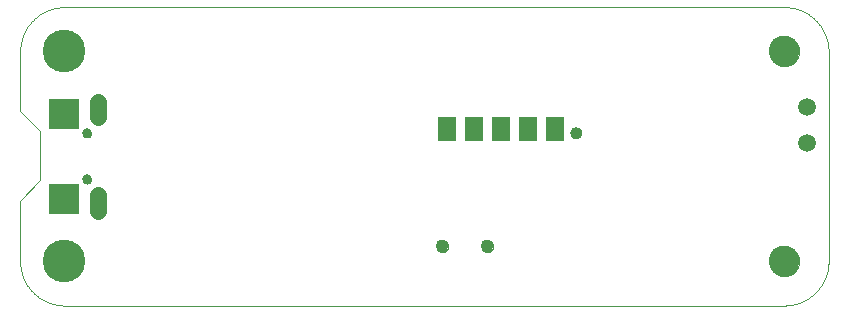
<source format=gbs>
G75*
%MOIN*%
%OFA0B0*%
%FSLAX25Y25*%
%IPPOS*%
%LPD*%
%AMOC8*
5,1,8,0,0,1.08239X$1,22.5*
%
%ADD10C,0.00000*%
%ADD11C,0.10243*%
%ADD12C,0.14243*%
%ADD13C,0.03156*%
%ADD14R,0.10243X0.10243*%
%ADD15C,0.05550*%
%ADD16C,0.03943*%
%ADD17R,0.06306X0.08274*%
%ADD18C,0.04337*%
%ADD19C,0.05943*%
D10*
X0059095Y0057209D02*
X0299095Y0057209D01*
X0299451Y0057213D01*
X0299806Y0057226D01*
X0300162Y0057248D01*
X0300516Y0057278D01*
X0300870Y0057316D01*
X0301222Y0057364D01*
X0301574Y0057419D01*
X0301924Y0057483D01*
X0302272Y0057556D01*
X0302619Y0057637D01*
X0302963Y0057726D01*
X0303305Y0057824D01*
X0303645Y0057930D01*
X0303982Y0058044D01*
X0304316Y0058166D01*
X0304647Y0058296D01*
X0304975Y0058434D01*
X0305300Y0058580D01*
X0305621Y0058734D01*
X0305938Y0058896D01*
X0306251Y0059065D01*
X0306559Y0059241D01*
X0306864Y0059425D01*
X0307164Y0059617D01*
X0307459Y0059815D01*
X0307750Y0060021D01*
X0308035Y0060234D01*
X0308315Y0060453D01*
X0308590Y0060679D01*
X0308859Y0060912D01*
X0309122Y0061151D01*
X0309380Y0061397D01*
X0309631Y0061648D01*
X0309877Y0061906D01*
X0310116Y0062169D01*
X0310349Y0062438D01*
X0310575Y0062713D01*
X0310794Y0062993D01*
X0311007Y0063278D01*
X0311213Y0063569D01*
X0311411Y0063864D01*
X0311603Y0064164D01*
X0311787Y0064469D01*
X0311963Y0064777D01*
X0312132Y0065090D01*
X0312294Y0065407D01*
X0312448Y0065728D01*
X0312594Y0066053D01*
X0312732Y0066381D01*
X0312862Y0066712D01*
X0312984Y0067046D01*
X0313098Y0067383D01*
X0313204Y0067723D01*
X0313302Y0068065D01*
X0313391Y0068409D01*
X0313472Y0068756D01*
X0313545Y0069104D01*
X0313609Y0069454D01*
X0313664Y0069806D01*
X0313712Y0070158D01*
X0313750Y0070512D01*
X0313780Y0070866D01*
X0313802Y0071222D01*
X0313815Y0071577D01*
X0313819Y0071933D01*
X0313820Y0071933D02*
X0313820Y0141933D01*
X0313819Y0141933D02*
X0313815Y0142289D01*
X0313802Y0142644D01*
X0313780Y0143000D01*
X0313750Y0143354D01*
X0313712Y0143708D01*
X0313664Y0144060D01*
X0313609Y0144412D01*
X0313545Y0144762D01*
X0313472Y0145110D01*
X0313391Y0145457D01*
X0313302Y0145801D01*
X0313204Y0146143D01*
X0313098Y0146483D01*
X0312984Y0146820D01*
X0312862Y0147154D01*
X0312732Y0147485D01*
X0312594Y0147813D01*
X0312448Y0148138D01*
X0312294Y0148459D01*
X0312132Y0148776D01*
X0311963Y0149089D01*
X0311787Y0149397D01*
X0311603Y0149702D01*
X0311411Y0150002D01*
X0311213Y0150297D01*
X0311007Y0150588D01*
X0310794Y0150873D01*
X0310575Y0151153D01*
X0310349Y0151428D01*
X0310116Y0151697D01*
X0309877Y0151960D01*
X0309631Y0152218D01*
X0309380Y0152469D01*
X0309122Y0152715D01*
X0308859Y0152954D01*
X0308590Y0153187D01*
X0308315Y0153413D01*
X0308035Y0153632D01*
X0307750Y0153845D01*
X0307459Y0154051D01*
X0307164Y0154249D01*
X0306864Y0154441D01*
X0306559Y0154625D01*
X0306251Y0154801D01*
X0305938Y0154970D01*
X0305621Y0155132D01*
X0305300Y0155286D01*
X0304975Y0155432D01*
X0304647Y0155570D01*
X0304316Y0155700D01*
X0303982Y0155822D01*
X0303645Y0155936D01*
X0303305Y0156042D01*
X0302963Y0156140D01*
X0302619Y0156229D01*
X0302272Y0156310D01*
X0301924Y0156383D01*
X0301574Y0156447D01*
X0301222Y0156502D01*
X0300870Y0156550D01*
X0300516Y0156588D01*
X0300162Y0156618D01*
X0299806Y0156640D01*
X0299451Y0156653D01*
X0299095Y0156657D01*
X0059095Y0156657D01*
X0058739Y0156653D01*
X0058384Y0156640D01*
X0058028Y0156618D01*
X0057674Y0156588D01*
X0057320Y0156550D01*
X0056968Y0156502D01*
X0056616Y0156447D01*
X0056266Y0156383D01*
X0055918Y0156310D01*
X0055571Y0156229D01*
X0055227Y0156140D01*
X0054885Y0156042D01*
X0054545Y0155936D01*
X0054208Y0155822D01*
X0053874Y0155700D01*
X0053543Y0155570D01*
X0053215Y0155432D01*
X0052890Y0155286D01*
X0052569Y0155132D01*
X0052252Y0154970D01*
X0051939Y0154801D01*
X0051631Y0154625D01*
X0051326Y0154441D01*
X0051026Y0154249D01*
X0050731Y0154051D01*
X0050440Y0153845D01*
X0050155Y0153632D01*
X0049875Y0153413D01*
X0049600Y0153187D01*
X0049331Y0152954D01*
X0049068Y0152715D01*
X0048810Y0152469D01*
X0048559Y0152218D01*
X0048313Y0151960D01*
X0048074Y0151697D01*
X0047841Y0151428D01*
X0047615Y0151153D01*
X0047396Y0150873D01*
X0047183Y0150588D01*
X0046977Y0150297D01*
X0046779Y0150002D01*
X0046587Y0149702D01*
X0046403Y0149397D01*
X0046227Y0149089D01*
X0046058Y0148776D01*
X0045896Y0148459D01*
X0045742Y0148138D01*
X0045596Y0147813D01*
X0045458Y0147485D01*
X0045328Y0147154D01*
X0045206Y0146820D01*
X0045092Y0146483D01*
X0044986Y0146143D01*
X0044888Y0145801D01*
X0044799Y0145457D01*
X0044718Y0145110D01*
X0044645Y0144762D01*
X0044581Y0144412D01*
X0044526Y0144060D01*
X0044478Y0143708D01*
X0044440Y0143354D01*
X0044410Y0143000D01*
X0044388Y0142644D01*
X0044375Y0142289D01*
X0044371Y0141933D01*
X0044371Y0122157D01*
X0051095Y0115433D01*
X0051095Y0098933D01*
X0044371Y0092209D01*
X0044371Y0071933D01*
X0044375Y0071577D01*
X0044388Y0071222D01*
X0044410Y0070866D01*
X0044440Y0070512D01*
X0044478Y0070158D01*
X0044526Y0069806D01*
X0044581Y0069454D01*
X0044645Y0069104D01*
X0044718Y0068756D01*
X0044799Y0068409D01*
X0044888Y0068065D01*
X0044986Y0067723D01*
X0045092Y0067383D01*
X0045206Y0067046D01*
X0045328Y0066712D01*
X0045458Y0066381D01*
X0045596Y0066053D01*
X0045742Y0065728D01*
X0045896Y0065407D01*
X0046058Y0065090D01*
X0046227Y0064777D01*
X0046403Y0064469D01*
X0046587Y0064164D01*
X0046779Y0063864D01*
X0046977Y0063569D01*
X0047183Y0063278D01*
X0047396Y0062993D01*
X0047615Y0062713D01*
X0047841Y0062438D01*
X0048074Y0062169D01*
X0048313Y0061906D01*
X0048559Y0061648D01*
X0048810Y0061397D01*
X0049068Y0061151D01*
X0049331Y0060912D01*
X0049600Y0060679D01*
X0049875Y0060453D01*
X0050155Y0060234D01*
X0050440Y0060021D01*
X0050731Y0059815D01*
X0051026Y0059617D01*
X0051326Y0059425D01*
X0051631Y0059241D01*
X0051939Y0059065D01*
X0052252Y0058896D01*
X0052569Y0058734D01*
X0052890Y0058580D01*
X0053215Y0058434D01*
X0053543Y0058296D01*
X0053874Y0058166D01*
X0054208Y0058044D01*
X0054545Y0057930D01*
X0054885Y0057824D01*
X0055227Y0057726D01*
X0055571Y0057637D01*
X0055918Y0057556D01*
X0056266Y0057483D01*
X0056616Y0057419D01*
X0056968Y0057364D01*
X0057320Y0057316D01*
X0057674Y0057278D01*
X0058028Y0057248D01*
X0058384Y0057226D01*
X0058739Y0057213D01*
X0059095Y0057209D01*
X0057934Y0090988D02*
X0060296Y0090988D01*
X0060373Y0091000D01*
X0060449Y0091015D01*
X0060525Y0091034D01*
X0060599Y0091057D01*
X0060673Y0091083D01*
X0060744Y0091113D01*
X0060815Y0091147D01*
X0060883Y0091183D01*
X0060950Y0091224D01*
X0061015Y0091267D01*
X0061077Y0091313D01*
X0061138Y0091363D01*
X0061195Y0091415D01*
X0061250Y0091471D01*
X0061302Y0091528D01*
X0061352Y0091589D01*
X0061398Y0091651D01*
X0061441Y0091716D01*
X0061481Y0091783D01*
X0061518Y0091852D01*
X0061551Y0091922D01*
X0061581Y0091994D01*
X0061607Y0092068D01*
X0061629Y0092142D01*
X0061648Y0092218D01*
X0061663Y0092294D01*
X0061674Y0092371D01*
X0061682Y0092449D01*
X0061686Y0092527D01*
X0061685Y0092605D01*
X0061682Y0092682D01*
X0061674Y0092760D01*
X0061682Y0092838D01*
X0061685Y0092915D01*
X0061686Y0092993D01*
X0061682Y0093071D01*
X0061674Y0093149D01*
X0061663Y0093226D01*
X0061648Y0093302D01*
X0061629Y0093378D01*
X0061607Y0093452D01*
X0061581Y0093526D01*
X0061551Y0093598D01*
X0061518Y0093668D01*
X0061481Y0093737D01*
X0061441Y0093804D01*
X0061398Y0093869D01*
X0061352Y0093931D01*
X0061302Y0093992D01*
X0061250Y0094049D01*
X0061195Y0094105D01*
X0061138Y0094157D01*
X0061077Y0094207D01*
X0061015Y0094253D01*
X0060950Y0094296D01*
X0060883Y0094337D01*
X0060815Y0094373D01*
X0060744Y0094407D01*
X0060673Y0094437D01*
X0060599Y0094463D01*
X0060525Y0094486D01*
X0060449Y0094505D01*
X0060373Y0094520D01*
X0060296Y0094532D01*
X0060296Y0094531D02*
X0057934Y0094531D01*
X0057934Y0094532D02*
X0057857Y0094520D01*
X0057781Y0094505D01*
X0057705Y0094486D01*
X0057631Y0094463D01*
X0057557Y0094437D01*
X0057486Y0094407D01*
X0057415Y0094373D01*
X0057347Y0094337D01*
X0057280Y0094296D01*
X0057215Y0094253D01*
X0057153Y0094207D01*
X0057092Y0094157D01*
X0057035Y0094105D01*
X0056980Y0094049D01*
X0056928Y0093992D01*
X0056878Y0093931D01*
X0056832Y0093869D01*
X0056789Y0093804D01*
X0056749Y0093737D01*
X0056712Y0093668D01*
X0056679Y0093598D01*
X0056649Y0093526D01*
X0056623Y0093452D01*
X0056601Y0093378D01*
X0056582Y0093302D01*
X0056567Y0093226D01*
X0056556Y0093149D01*
X0056548Y0093071D01*
X0056544Y0092993D01*
X0056545Y0092915D01*
X0056548Y0092838D01*
X0056556Y0092760D01*
X0056548Y0092682D01*
X0056545Y0092605D01*
X0056544Y0092527D01*
X0056548Y0092449D01*
X0056556Y0092371D01*
X0056567Y0092294D01*
X0056582Y0092218D01*
X0056601Y0092142D01*
X0056623Y0092068D01*
X0056649Y0091994D01*
X0056679Y0091922D01*
X0056712Y0091852D01*
X0056749Y0091783D01*
X0056789Y0091716D01*
X0056832Y0091651D01*
X0056878Y0091589D01*
X0056928Y0091528D01*
X0056980Y0091471D01*
X0057035Y0091415D01*
X0057092Y0091363D01*
X0057153Y0091313D01*
X0057215Y0091267D01*
X0057280Y0091224D01*
X0057347Y0091183D01*
X0057415Y0091147D01*
X0057486Y0091113D01*
X0057557Y0091083D01*
X0057631Y0091057D01*
X0057705Y0091034D01*
X0057781Y0091015D01*
X0057857Y0091000D01*
X0057934Y0090988D01*
X0065217Y0099256D02*
X0065219Y0099330D01*
X0065225Y0099404D01*
X0065235Y0099477D01*
X0065249Y0099550D01*
X0065266Y0099622D01*
X0065288Y0099692D01*
X0065313Y0099762D01*
X0065342Y0099830D01*
X0065375Y0099896D01*
X0065411Y0099961D01*
X0065451Y0100023D01*
X0065493Y0100084D01*
X0065539Y0100142D01*
X0065588Y0100197D01*
X0065640Y0100250D01*
X0065695Y0100300D01*
X0065752Y0100346D01*
X0065812Y0100390D01*
X0065874Y0100430D01*
X0065938Y0100467D01*
X0066004Y0100501D01*
X0066072Y0100531D01*
X0066141Y0100557D01*
X0066212Y0100580D01*
X0066283Y0100598D01*
X0066356Y0100613D01*
X0066429Y0100624D01*
X0066503Y0100631D01*
X0066577Y0100634D01*
X0066650Y0100633D01*
X0066724Y0100628D01*
X0066798Y0100619D01*
X0066871Y0100606D01*
X0066943Y0100589D01*
X0067014Y0100569D01*
X0067084Y0100544D01*
X0067152Y0100516D01*
X0067219Y0100485D01*
X0067284Y0100449D01*
X0067347Y0100411D01*
X0067408Y0100369D01*
X0067467Y0100323D01*
X0067523Y0100275D01*
X0067576Y0100224D01*
X0067626Y0100170D01*
X0067674Y0100113D01*
X0067718Y0100054D01*
X0067760Y0099992D01*
X0067798Y0099929D01*
X0067832Y0099863D01*
X0067863Y0099796D01*
X0067890Y0099727D01*
X0067913Y0099657D01*
X0067933Y0099586D01*
X0067949Y0099513D01*
X0067961Y0099440D01*
X0067969Y0099367D01*
X0067973Y0099293D01*
X0067973Y0099219D01*
X0067969Y0099145D01*
X0067961Y0099072D01*
X0067949Y0098999D01*
X0067933Y0098926D01*
X0067913Y0098855D01*
X0067890Y0098785D01*
X0067863Y0098716D01*
X0067832Y0098649D01*
X0067798Y0098583D01*
X0067760Y0098520D01*
X0067718Y0098458D01*
X0067674Y0098399D01*
X0067626Y0098342D01*
X0067576Y0098288D01*
X0067523Y0098237D01*
X0067467Y0098189D01*
X0067408Y0098143D01*
X0067347Y0098101D01*
X0067284Y0098063D01*
X0067219Y0098027D01*
X0067152Y0097996D01*
X0067084Y0097968D01*
X0067014Y0097943D01*
X0066943Y0097923D01*
X0066871Y0097906D01*
X0066798Y0097893D01*
X0066724Y0097884D01*
X0066650Y0097879D01*
X0066577Y0097878D01*
X0066503Y0097881D01*
X0066429Y0097888D01*
X0066356Y0097899D01*
X0066283Y0097914D01*
X0066212Y0097932D01*
X0066141Y0097955D01*
X0066072Y0097981D01*
X0066004Y0098011D01*
X0065938Y0098045D01*
X0065874Y0098082D01*
X0065812Y0098122D01*
X0065752Y0098166D01*
X0065695Y0098212D01*
X0065640Y0098262D01*
X0065588Y0098315D01*
X0065539Y0098370D01*
X0065493Y0098428D01*
X0065451Y0098489D01*
X0065411Y0098551D01*
X0065375Y0098616D01*
X0065342Y0098682D01*
X0065313Y0098750D01*
X0065288Y0098820D01*
X0065266Y0098890D01*
X0065249Y0098962D01*
X0065235Y0099035D01*
X0065225Y0099108D01*
X0065219Y0099182D01*
X0065217Y0099256D01*
X0065217Y0114610D02*
X0065219Y0114684D01*
X0065225Y0114758D01*
X0065235Y0114831D01*
X0065249Y0114904D01*
X0065266Y0114976D01*
X0065288Y0115046D01*
X0065313Y0115116D01*
X0065342Y0115184D01*
X0065375Y0115250D01*
X0065411Y0115315D01*
X0065451Y0115377D01*
X0065493Y0115438D01*
X0065539Y0115496D01*
X0065588Y0115551D01*
X0065640Y0115604D01*
X0065695Y0115654D01*
X0065752Y0115700D01*
X0065812Y0115744D01*
X0065874Y0115784D01*
X0065938Y0115821D01*
X0066004Y0115855D01*
X0066072Y0115885D01*
X0066141Y0115911D01*
X0066212Y0115934D01*
X0066283Y0115952D01*
X0066356Y0115967D01*
X0066429Y0115978D01*
X0066503Y0115985D01*
X0066577Y0115988D01*
X0066650Y0115987D01*
X0066724Y0115982D01*
X0066798Y0115973D01*
X0066871Y0115960D01*
X0066943Y0115943D01*
X0067014Y0115923D01*
X0067084Y0115898D01*
X0067152Y0115870D01*
X0067219Y0115839D01*
X0067284Y0115803D01*
X0067347Y0115765D01*
X0067408Y0115723D01*
X0067467Y0115677D01*
X0067523Y0115629D01*
X0067576Y0115578D01*
X0067626Y0115524D01*
X0067674Y0115467D01*
X0067718Y0115408D01*
X0067760Y0115346D01*
X0067798Y0115283D01*
X0067832Y0115217D01*
X0067863Y0115150D01*
X0067890Y0115081D01*
X0067913Y0115011D01*
X0067933Y0114940D01*
X0067949Y0114867D01*
X0067961Y0114794D01*
X0067969Y0114721D01*
X0067973Y0114647D01*
X0067973Y0114573D01*
X0067969Y0114499D01*
X0067961Y0114426D01*
X0067949Y0114353D01*
X0067933Y0114280D01*
X0067913Y0114209D01*
X0067890Y0114139D01*
X0067863Y0114070D01*
X0067832Y0114003D01*
X0067798Y0113937D01*
X0067760Y0113874D01*
X0067718Y0113812D01*
X0067674Y0113753D01*
X0067626Y0113696D01*
X0067576Y0113642D01*
X0067523Y0113591D01*
X0067467Y0113543D01*
X0067408Y0113497D01*
X0067347Y0113455D01*
X0067284Y0113417D01*
X0067219Y0113381D01*
X0067152Y0113350D01*
X0067084Y0113322D01*
X0067014Y0113297D01*
X0066943Y0113277D01*
X0066871Y0113260D01*
X0066798Y0113247D01*
X0066724Y0113238D01*
X0066650Y0113233D01*
X0066577Y0113232D01*
X0066503Y0113235D01*
X0066429Y0113242D01*
X0066356Y0113253D01*
X0066283Y0113268D01*
X0066212Y0113286D01*
X0066141Y0113309D01*
X0066072Y0113335D01*
X0066004Y0113365D01*
X0065938Y0113399D01*
X0065874Y0113436D01*
X0065812Y0113476D01*
X0065752Y0113520D01*
X0065695Y0113566D01*
X0065640Y0113616D01*
X0065588Y0113669D01*
X0065539Y0113724D01*
X0065493Y0113782D01*
X0065451Y0113843D01*
X0065411Y0113905D01*
X0065375Y0113970D01*
X0065342Y0114036D01*
X0065313Y0114104D01*
X0065288Y0114174D01*
X0065266Y0114244D01*
X0065249Y0114316D01*
X0065235Y0114389D01*
X0065225Y0114462D01*
X0065219Y0114536D01*
X0065217Y0114610D01*
X0060296Y0119335D02*
X0058131Y0119335D01*
X0058130Y0119334D02*
X0058056Y0119331D01*
X0057981Y0119332D01*
X0057906Y0119336D01*
X0057831Y0119345D01*
X0057757Y0119357D01*
X0057684Y0119373D01*
X0057611Y0119392D01*
X0057540Y0119415D01*
X0057470Y0119442D01*
X0057401Y0119472D01*
X0057334Y0119506D01*
X0057269Y0119543D01*
X0057206Y0119583D01*
X0057145Y0119626D01*
X0057086Y0119673D01*
X0057030Y0119722D01*
X0056976Y0119774D01*
X0056925Y0119829D01*
X0056876Y0119887D01*
X0056831Y0119946D01*
X0056789Y0120008D01*
X0056750Y0120072D01*
X0056714Y0120138D01*
X0056681Y0120206D01*
X0056652Y0120275D01*
X0056627Y0120346D01*
X0056605Y0120417D01*
X0056587Y0120490D01*
X0056573Y0120564D01*
X0056562Y0120638D01*
X0056555Y0120713D01*
X0056556Y0120713D02*
X0056556Y0121500D01*
X0056555Y0121500D02*
X0056562Y0121575D01*
X0056573Y0121649D01*
X0056587Y0121723D01*
X0056605Y0121796D01*
X0056627Y0121867D01*
X0056652Y0121938D01*
X0056681Y0122007D01*
X0056714Y0122075D01*
X0056750Y0122141D01*
X0056789Y0122205D01*
X0056831Y0122267D01*
X0056876Y0122326D01*
X0056925Y0122384D01*
X0056976Y0122439D01*
X0057030Y0122491D01*
X0057086Y0122540D01*
X0057145Y0122587D01*
X0057206Y0122630D01*
X0057269Y0122670D01*
X0057334Y0122707D01*
X0057401Y0122741D01*
X0057470Y0122771D01*
X0057540Y0122798D01*
X0057611Y0122821D01*
X0057684Y0122840D01*
X0057757Y0122856D01*
X0057831Y0122868D01*
X0057906Y0122877D01*
X0057981Y0122881D01*
X0058056Y0122882D01*
X0058130Y0122879D01*
X0058131Y0122878D02*
X0060296Y0122878D01*
X0060368Y0122876D01*
X0060440Y0122870D01*
X0060512Y0122861D01*
X0060583Y0122848D01*
X0060653Y0122831D01*
X0060722Y0122811D01*
X0060790Y0122786D01*
X0060856Y0122759D01*
X0060922Y0122728D01*
X0060985Y0122693D01*
X0061047Y0122656D01*
X0061106Y0122615D01*
X0061163Y0122571D01*
X0061218Y0122524D01*
X0061270Y0122474D01*
X0061320Y0122422D01*
X0061367Y0122367D01*
X0061411Y0122310D01*
X0061452Y0122251D01*
X0061489Y0122189D01*
X0061524Y0122126D01*
X0061555Y0122060D01*
X0061582Y0121994D01*
X0061607Y0121926D01*
X0061627Y0121857D01*
X0061644Y0121787D01*
X0061657Y0121716D01*
X0061666Y0121644D01*
X0061672Y0121572D01*
X0061674Y0121500D01*
X0061674Y0120713D01*
X0061672Y0120641D01*
X0061666Y0120569D01*
X0061657Y0120497D01*
X0061644Y0120426D01*
X0061627Y0120356D01*
X0061607Y0120287D01*
X0061582Y0120219D01*
X0061555Y0120153D01*
X0061524Y0120087D01*
X0061489Y0120024D01*
X0061452Y0119962D01*
X0061411Y0119903D01*
X0061367Y0119846D01*
X0061320Y0119791D01*
X0061270Y0119739D01*
X0061218Y0119689D01*
X0061163Y0119642D01*
X0061106Y0119598D01*
X0061047Y0119557D01*
X0060985Y0119520D01*
X0060922Y0119485D01*
X0060856Y0119454D01*
X0060790Y0119427D01*
X0060722Y0119402D01*
X0060653Y0119382D01*
X0060583Y0119365D01*
X0060512Y0119352D01*
X0060440Y0119343D01*
X0060368Y0119337D01*
X0060296Y0119335D01*
X0183126Y0076933D02*
X0183128Y0077021D01*
X0183134Y0077109D01*
X0183144Y0077197D01*
X0183158Y0077285D01*
X0183175Y0077371D01*
X0183197Y0077457D01*
X0183222Y0077541D01*
X0183252Y0077625D01*
X0183284Y0077707D01*
X0183321Y0077787D01*
X0183361Y0077866D01*
X0183405Y0077943D01*
X0183452Y0078018D01*
X0183502Y0078090D01*
X0183556Y0078161D01*
X0183612Y0078228D01*
X0183672Y0078294D01*
X0183734Y0078356D01*
X0183800Y0078416D01*
X0183867Y0078472D01*
X0183938Y0078526D01*
X0184010Y0078576D01*
X0184085Y0078623D01*
X0184162Y0078667D01*
X0184241Y0078707D01*
X0184321Y0078744D01*
X0184403Y0078776D01*
X0184487Y0078806D01*
X0184571Y0078831D01*
X0184657Y0078853D01*
X0184743Y0078870D01*
X0184831Y0078884D01*
X0184919Y0078894D01*
X0185007Y0078900D01*
X0185095Y0078902D01*
X0185183Y0078900D01*
X0185271Y0078894D01*
X0185359Y0078884D01*
X0185447Y0078870D01*
X0185533Y0078853D01*
X0185619Y0078831D01*
X0185703Y0078806D01*
X0185787Y0078776D01*
X0185869Y0078744D01*
X0185949Y0078707D01*
X0186028Y0078667D01*
X0186105Y0078623D01*
X0186180Y0078576D01*
X0186252Y0078526D01*
X0186323Y0078472D01*
X0186390Y0078416D01*
X0186456Y0078356D01*
X0186518Y0078294D01*
X0186578Y0078228D01*
X0186634Y0078161D01*
X0186688Y0078090D01*
X0186738Y0078018D01*
X0186785Y0077943D01*
X0186829Y0077866D01*
X0186869Y0077787D01*
X0186906Y0077707D01*
X0186938Y0077625D01*
X0186968Y0077541D01*
X0186993Y0077457D01*
X0187015Y0077371D01*
X0187032Y0077285D01*
X0187046Y0077197D01*
X0187056Y0077109D01*
X0187062Y0077021D01*
X0187064Y0076933D01*
X0187062Y0076845D01*
X0187056Y0076757D01*
X0187046Y0076669D01*
X0187032Y0076581D01*
X0187015Y0076495D01*
X0186993Y0076409D01*
X0186968Y0076325D01*
X0186938Y0076241D01*
X0186906Y0076159D01*
X0186869Y0076079D01*
X0186829Y0076000D01*
X0186785Y0075923D01*
X0186738Y0075848D01*
X0186688Y0075776D01*
X0186634Y0075705D01*
X0186578Y0075638D01*
X0186518Y0075572D01*
X0186456Y0075510D01*
X0186390Y0075450D01*
X0186323Y0075394D01*
X0186252Y0075340D01*
X0186180Y0075290D01*
X0186105Y0075243D01*
X0186028Y0075199D01*
X0185949Y0075159D01*
X0185869Y0075122D01*
X0185787Y0075090D01*
X0185703Y0075060D01*
X0185619Y0075035D01*
X0185533Y0075013D01*
X0185447Y0074996D01*
X0185359Y0074982D01*
X0185271Y0074972D01*
X0185183Y0074966D01*
X0185095Y0074964D01*
X0185007Y0074966D01*
X0184919Y0074972D01*
X0184831Y0074982D01*
X0184743Y0074996D01*
X0184657Y0075013D01*
X0184571Y0075035D01*
X0184487Y0075060D01*
X0184403Y0075090D01*
X0184321Y0075122D01*
X0184241Y0075159D01*
X0184162Y0075199D01*
X0184085Y0075243D01*
X0184010Y0075290D01*
X0183938Y0075340D01*
X0183867Y0075394D01*
X0183800Y0075450D01*
X0183734Y0075510D01*
X0183672Y0075572D01*
X0183612Y0075638D01*
X0183556Y0075705D01*
X0183502Y0075776D01*
X0183452Y0075848D01*
X0183405Y0075923D01*
X0183361Y0076000D01*
X0183321Y0076079D01*
X0183284Y0076159D01*
X0183252Y0076241D01*
X0183222Y0076325D01*
X0183197Y0076409D01*
X0183175Y0076495D01*
X0183158Y0076581D01*
X0183144Y0076669D01*
X0183134Y0076757D01*
X0183128Y0076845D01*
X0183126Y0076933D01*
X0198126Y0076933D02*
X0198128Y0077021D01*
X0198134Y0077109D01*
X0198144Y0077197D01*
X0198158Y0077285D01*
X0198175Y0077371D01*
X0198197Y0077457D01*
X0198222Y0077541D01*
X0198252Y0077625D01*
X0198284Y0077707D01*
X0198321Y0077787D01*
X0198361Y0077866D01*
X0198405Y0077943D01*
X0198452Y0078018D01*
X0198502Y0078090D01*
X0198556Y0078161D01*
X0198612Y0078228D01*
X0198672Y0078294D01*
X0198734Y0078356D01*
X0198800Y0078416D01*
X0198867Y0078472D01*
X0198938Y0078526D01*
X0199010Y0078576D01*
X0199085Y0078623D01*
X0199162Y0078667D01*
X0199241Y0078707D01*
X0199321Y0078744D01*
X0199403Y0078776D01*
X0199487Y0078806D01*
X0199571Y0078831D01*
X0199657Y0078853D01*
X0199743Y0078870D01*
X0199831Y0078884D01*
X0199919Y0078894D01*
X0200007Y0078900D01*
X0200095Y0078902D01*
X0200183Y0078900D01*
X0200271Y0078894D01*
X0200359Y0078884D01*
X0200447Y0078870D01*
X0200533Y0078853D01*
X0200619Y0078831D01*
X0200703Y0078806D01*
X0200787Y0078776D01*
X0200869Y0078744D01*
X0200949Y0078707D01*
X0201028Y0078667D01*
X0201105Y0078623D01*
X0201180Y0078576D01*
X0201252Y0078526D01*
X0201323Y0078472D01*
X0201390Y0078416D01*
X0201456Y0078356D01*
X0201518Y0078294D01*
X0201578Y0078228D01*
X0201634Y0078161D01*
X0201688Y0078090D01*
X0201738Y0078018D01*
X0201785Y0077943D01*
X0201829Y0077866D01*
X0201869Y0077787D01*
X0201906Y0077707D01*
X0201938Y0077625D01*
X0201968Y0077541D01*
X0201993Y0077457D01*
X0202015Y0077371D01*
X0202032Y0077285D01*
X0202046Y0077197D01*
X0202056Y0077109D01*
X0202062Y0077021D01*
X0202064Y0076933D01*
X0202062Y0076845D01*
X0202056Y0076757D01*
X0202046Y0076669D01*
X0202032Y0076581D01*
X0202015Y0076495D01*
X0201993Y0076409D01*
X0201968Y0076325D01*
X0201938Y0076241D01*
X0201906Y0076159D01*
X0201869Y0076079D01*
X0201829Y0076000D01*
X0201785Y0075923D01*
X0201738Y0075848D01*
X0201688Y0075776D01*
X0201634Y0075705D01*
X0201578Y0075638D01*
X0201518Y0075572D01*
X0201456Y0075510D01*
X0201390Y0075450D01*
X0201323Y0075394D01*
X0201252Y0075340D01*
X0201180Y0075290D01*
X0201105Y0075243D01*
X0201028Y0075199D01*
X0200949Y0075159D01*
X0200869Y0075122D01*
X0200787Y0075090D01*
X0200703Y0075060D01*
X0200619Y0075035D01*
X0200533Y0075013D01*
X0200447Y0074996D01*
X0200359Y0074982D01*
X0200271Y0074972D01*
X0200183Y0074966D01*
X0200095Y0074964D01*
X0200007Y0074966D01*
X0199919Y0074972D01*
X0199831Y0074982D01*
X0199743Y0074996D01*
X0199657Y0075013D01*
X0199571Y0075035D01*
X0199487Y0075060D01*
X0199403Y0075090D01*
X0199321Y0075122D01*
X0199241Y0075159D01*
X0199162Y0075199D01*
X0199085Y0075243D01*
X0199010Y0075290D01*
X0198938Y0075340D01*
X0198867Y0075394D01*
X0198800Y0075450D01*
X0198734Y0075510D01*
X0198672Y0075572D01*
X0198612Y0075638D01*
X0198556Y0075705D01*
X0198502Y0075776D01*
X0198452Y0075848D01*
X0198405Y0075923D01*
X0198361Y0076000D01*
X0198321Y0076079D01*
X0198284Y0076159D01*
X0198252Y0076241D01*
X0198222Y0076325D01*
X0198197Y0076409D01*
X0198175Y0076495D01*
X0198158Y0076581D01*
X0198144Y0076669D01*
X0198134Y0076757D01*
X0198128Y0076845D01*
X0198126Y0076933D01*
X0227843Y0114772D02*
X0227845Y0114856D01*
X0227851Y0114939D01*
X0227861Y0115022D01*
X0227875Y0115105D01*
X0227892Y0115187D01*
X0227914Y0115268D01*
X0227939Y0115347D01*
X0227968Y0115426D01*
X0228001Y0115503D01*
X0228037Y0115578D01*
X0228077Y0115652D01*
X0228120Y0115724D01*
X0228167Y0115793D01*
X0228217Y0115860D01*
X0228270Y0115925D01*
X0228326Y0115987D01*
X0228384Y0116047D01*
X0228446Y0116104D01*
X0228510Y0116157D01*
X0228577Y0116208D01*
X0228646Y0116255D01*
X0228717Y0116300D01*
X0228790Y0116340D01*
X0228865Y0116377D01*
X0228942Y0116411D01*
X0229020Y0116441D01*
X0229099Y0116467D01*
X0229180Y0116490D01*
X0229262Y0116508D01*
X0229344Y0116523D01*
X0229427Y0116534D01*
X0229510Y0116541D01*
X0229594Y0116544D01*
X0229678Y0116543D01*
X0229761Y0116538D01*
X0229845Y0116529D01*
X0229927Y0116516D01*
X0230009Y0116500D01*
X0230090Y0116479D01*
X0230171Y0116455D01*
X0230249Y0116427D01*
X0230327Y0116395D01*
X0230403Y0116359D01*
X0230477Y0116320D01*
X0230549Y0116278D01*
X0230619Y0116232D01*
X0230687Y0116183D01*
X0230752Y0116131D01*
X0230815Y0116076D01*
X0230875Y0116018D01*
X0230933Y0115957D01*
X0230987Y0115893D01*
X0231039Y0115827D01*
X0231087Y0115759D01*
X0231132Y0115688D01*
X0231173Y0115615D01*
X0231212Y0115541D01*
X0231246Y0115465D01*
X0231277Y0115387D01*
X0231304Y0115308D01*
X0231328Y0115227D01*
X0231347Y0115146D01*
X0231363Y0115064D01*
X0231375Y0114981D01*
X0231383Y0114897D01*
X0231387Y0114814D01*
X0231387Y0114730D01*
X0231383Y0114647D01*
X0231375Y0114563D01*
X0231363Y0114480D01*
X0231347Y0114398D01*
X0231328Y0114317D01*
X0231304Y0114236D01*
X0231277Y0114157D01*
X0231246Y0114079D01*
X0231212Y0114003D01*
X0231173Y0113929D01*
X0231132Y0113856D01*
X0231087Y0113785D01*
X0231039Y0113717D01*
X0230987Y0113651D01*
X0230933Y0113587D01*
X0230875Y0113526D01*
X0230815Y0113468D01*
X0230752Y0113413D01*
X0230687Y0113361D01*
X0230619Y0113312D01*
X0230549Y0113266D01*
X0230477Y0113224D01*
X0230403Y0113185D01*
X0230327Y0113149D01*
X0230249Y0113117D01*
X0230171Y0113089D01*
X0230090Y0113065D01*
X0230009Y0113044D01*
X0229927Y0113028D01*
X0229845Y0113015D01*
X0229761Y0113006D01*
X0229678Y0113001D01*
X0229594Y0113000D01*
X0229510Y0113003D01*
X0229427Y0113010D01*
X0229344Y0113021D01*
X0229262Y0113036D01*
X0229180Y0113054D01*
X0229099Y0113077D01*
X0229020Y0113103D01*
X0228942Y0113133D01*
X0228865Y0113167D01*
X0228790Y0113204D01*
X0228717Y0113244D01*
X0228646Y0113289D01*
X0228577Y0113336D01*
X0228510Y0113387D01*
X0228446Y0113440D01*
X0228384Y0113497D01*
X0228326Y0113557D01*
X0228270Y0113619D01*
X0228217Y0113684D01*
X0228167Y0113751D01*
X0228120Y0113820D01*
X0228077Y0113892D01*
X0228037Y0113966D01*
X0228001Y0114041D01*
X0227968Y0114118D01*
X0227939Y0114197D01*
X0227914Y0114276D01*
X0227892Y0114357D01*
X0227875Y0114439D01*
X0227861Y0114522D01*
X0227851Y0114605D01*
X0227845Y0114688D01*
X0227843Y0114772D01*
X0294174Y0141933D02*
X0294176Y0142073D01*
X0294182Y0142213D01*
X0294192Y0142352D01*
X0294206Y0142491D01*
X0294224Y0142630D01*
X0294245Y0142768D01*
X0294271Y0142906D01*
X0294301Y0143043D01*
X0294334Y0143178D01*
X0294372Y0143313D01*
X0294413Y0143447D01*
X0294458Y0143580D01*
X0294506Y0143711D01*
X0294559Y0143840D01*
X0294615Y0143969D01*
X0294674Y0144095D01*
X0294738Y0144220D01*
X0294804Y0144343D01*
X0294875Y0144464D01*
X0294948Y0144583D01*
X0295025Y0144700D01*
X0295106Y0144814D01*
X0295189Y0144926D01*
X0295276Y0145036D01*
X0295366Y0145144D01*
X0295458Y0145248D01*
X0295554Y0145350D01*
X0295653Y0145450D01*
X0295754Y0145546D01*
X0295858Y0145640D01*
X0295965Y0145730D01*
X0296074Y0145817D01*
X0296186Y0145902D01*
X0296300Y0145983D01*
X0296416Y0146061D01*
X0296534Y0146135D01*
X0296655Y0146206D01*
X0296777Y0146274D01*
X0296902Y0146338D01*
X0297028Y0146399D01*
X0297155Y0146456D01*
X0297285Y0146509D01*
X0297416Y0146559D01*
X0297548Y0146604D01*
X0297681Y0146647D01*
X0297816Y0146685D01*
X0297951Y0146719D01*
X0298088Y0146750D01*
X0298225Y0146777D01*
X0298363Y0146799D01*
X0298502Y0146818D01*
X0298641Y0146833D01*
X0298780Y0146844D01*
X0298920Y0146851D01*
X0299060Y0146854D01*
X0299200Y0146853D01*
X0299340Y0146848D01*
X0299479Y0146839D01*
X0299619Y0146826D01*
X0299758Y0146809D01*
X0299896Y0146788D01*
X0300034Y0146764D01*
X0300171Y0146735D01*
X0300307Y0146703D01*
X0300442Y0146666D01*
X0300576Y0146626D01*
X0300709Y0146582D01*
X0300840Y0146534D01*
X0300970Y0146483D01*
X0301099Y0146428D01*
X0301226Y0146369D01*
X0301351Y0146306D01*
X0301474Y0146241D01*
X0301596Y0146171D01*
X0301715Y0146098D01*
X0301833Y0146022D01*
X0301948Y0145943D01*
X0302061Y0145860D01*
X0302171Y0145774D01*
X0302279Y0145685D01*
X0302384Y0145593D01*
X0302487Y0145498D01*
X0302587Y0145400D01*
X0302684Y0145300D01*
X0302778Y0145196D01*
X0302870Y0145090D01*
X0302958Y0144982D01*
X0303043Y0144871D01*
X0303125Y0144757D01*
X0303204Y0144641D01*
X0303279Y0144524D01*
X0303351Y0144404D01*
X0303419Y0144282D01*
X0303484Y0144158D01*
X0303546Y0144032D01*
X0303604Y0143905D01*
X0303658Y0143776D01*
X0303709Y0143645D01*
X0303755Y0143513D01*
X0303798Y0143380D01*
X0303838Y0143246D01*
X0303873Y0143111D01*
X0303905Y0142974D01*
X0303932Y0142837D01*
X0303956Y0142699D01*
X0303976Y0142561D01*
X0303992Y0142422D01*
X0304004Y0142282D01*
X0304012Y0142143D01*
X0304016Y0142003D01*
X0304016Y0141863D01*
X0304012Y0141723D01*
X0304004Y0141584D01*
X0303992Y0141444D01*
X0303976Y0141305D01*
X0303956Y0141167D01*
X0303932Y0141029D01*
X0303905Y0140892D01*
X0303873Y0140755D01*
X0303838Y0140620D01*
X0303798Y0140486D01*
X0303755Y0140353D01*
X0303709Y0140221D01*
X0303658Y0140090D01*
X0303604Y0139961D01*
X0303546Y0139834D01*
X0303484Y0139708D01*
X0303419Y0139584D01*
X0303351Y0139462D01*
X0303279Y0139342D01*
X0303204Y0139225D01*
X0303125Y0139109D01*
X0303043Y0138995D01*
X0302958Y0138884D01*
X0302870Y0138776D01*
X0302778Y0138670D01*
X0302684Y0138566D01*
X0302587Y0138466D01*
X0302487Y0138368D01*
X0302384Y0138273D01*
X0302279Y0138181D01*
X0302171Y0138092D01*
X0302061Y0138006D01*
X0301948Y0137923D01*
X0301833Y0137844D01*
X0301715Y0137768D01*
X0301596Y0137695D01*
X0301474Y0137625D01*
X0301351Y0137560D01*
X0301226Y0137497D01*
X0301099Y0137438D01*
X0300970Y0137383D01*
X0300840Y0137332D01*
X0300709Y0137284D01*
X0300576Y0137240D01*
X0300442Y0137200D01*
X0300307Y0137163D01*
X0300171Y0137131D01*
X0300034Y0137102D01*
X0299896Y0137078D01*
X0299758Y0137057D01*
X0299619Y0137040D01*
X0299479Y0137027D01*
X0299340Y0137018D01*
X0299200Y0137013D01*
X0299060Y0137012D01*
X0298920Y0137015D01*
X0298780Y0137022D01*
X0298641Y0137033D01*
X0298502Y0137048D01*
X0298363Y0137067D01*
X0298225Y0137089D01*
X0298088Y0137116D01*
X0297951Y0137147D01*
X0297816Y0137181D01*
X0297681Y0137219D01*
X0297548Y0137262D01*
X0297416Y0137307D01*
X0297285Y0137357D01*
X0297155Y0137410D01*
X0297028Y0137467D01*
X0296902Y0137528D01*
X0296777Y0137592D01*
X0296655Y0137660D01*
X0296534Y0137731D01*
X0296416Y0137805D01*
X0296300Y0137883D01*
X0296186Y0137964D01*
X0296074Y0138049D01*
X0295965Y0138136D01*
X0295858Y0138226D01*
X0295754Y0138320D01*
X0295653Y0138416D01*
X0295554Y0138516D01*
X0295458Y0138618D01*
X0295366Y0138722D01*
X0295276Y0138830D01*
X0295189Y0138940D01*
X0295106Y0139052D01*
X0295025Y0139166D01*
X0294948Y0139283D01*
X0294875Y0139402D01*
X0294804Y0139523D01*
X0294738Y0139646D01*
X0294674Y0139771D01*
X0294615Y0139897D01*
X0294559Y0140026D01*
X0294506Y0140155D01*
X0294458Y0140286D01*
X0294413Y0140419D01*
X0294372Y0140553D01*
X0294334Y0140688D01*
X0294301Y0140823D01*
X0294271Y0140960D01*
X0294245Y0141098D01*
X0294224Y0141236D01*
X0294206Y0141375D01*
X0294192Y0141514D01*
X0294182Y0141653D01*
X0294176Y0141793D01*
X0294174Y0141933D01*
X0294174Y0071933D02*
X0294176Y0072073D01*
X0294182Y0072213D01*
X0294192Y0072352D01*
X0294206Y0072491D01*
X0294224Y0072630D01*
X0294245Y0072768D01*
X0294271Y0072906D01*
X0294301Y0073043D01*
X0294334Y0073178D01*
X0294372Y0073313D01*
X0294413Y0073447D01*
X0294458Y0073580D01*
X0294506Y0073711D01*
X0294559Y0073840D01*
X0294615Y0073969D01*
X0294674Y0074095D01*
X0294738Y0074220D01*
X0294804Y0074343D01*
X0294875Y0074464D01*
X0294948Y0074583D01*
X0295025Y0074700D01*
X0295106Y0074814D01*
X0295189Y0074926D01*
X0295276Y0075036D01*
X0295366Y0075144D01*
X0295458Y0075248D01*
X0295554Y0075350D01*
X0295653Y0075450D01*
X0295754Y0075546D01*
X0295858Y0075640D01*
X0295965Y0075730D01*
X0296074Y0075817D01*
X0296186Y0075902D01*
X0296300Y0075983D01*
X0296416Y0076061D01*
X0296534Y0076135D01*
X0296655Y0076206D01*
X0296777Y0076274D01*
X0296902Y0076338D01*
X0297028Y0076399D01*
X0297155Y0076456D01*
X0297285Y0076509D01*
X0297416Y0076559D01*
X0297548Y0076604D01*
X0297681Y0076647D01*
X0297816Y0076685D01*
X0297951Y0076719D01*
X0298088Y0076750D01*
X0298225Y0076777D01*
X0298363Y0076799D01*
X0298502Y0076818D01*
X0298641Y0076833D01*
X0298780Y0076844D01*
X0298920Y0076851D01*
X0299060Y0076854D01*
X0299200Y0076853D01*
X0299340Y0076848D01*
X0299479Y0076839D01*
X0299619Y0076826D01*
X0299758Y0076809D01*
X0299896Y0076788D01*
X0300034Y0076764D01*
X0300171Y0076735D01*
X0300307Y0076703D01*
X0300442Y0076666D01*
X0300576Y0076626D01*
X0300709Y0076582D01*
X0300840Y0076534D01*
X0300970Y0076483D01*
X0301099Y0076428D01*
X0301226Y0076369D01*
X0301351Y0076306D01*
X0301474Y0076241D01*
X0301596Y0076171D01*
X0301715Y0076098D01*
X0301833Y0076022D01*
X0301948Y0075943D01*
X0302061Y0075860D01*
X0302171Y0075774D01*
X0302279Y0075685D01*
X0302384Y0075593D01*
X0302487Y0075498D01*
X0302587Y0075400D01*
X0302684Y0075300D01*
X0302778Y0075196D01*
X0302870Y0075090D01*
X0302958Y0074982D01*
X0303043Y0074871D01*
X0303125Y0074757D01*
X0303204Y0074641D01*
X0303279Y0074524D01*
X0303351Y0074404D01*
X0303419Y0074282D01*
X0303484Y0074158D01*
X0303546Y0074032D01*
X0303604Y0073905D01*
X0303658Y0073776D01*
X0303709Y0073645D01*
X0303755Y0073513D01*
X0303798Y0073380D01*
X0303838Y0073246D01*
X0303873Y0073111D01*
X0303905Y0072974D01*
X0303932Y0072837D01*
X0303956Y0072699D01*
X0303976Y0072561D01*
X0303992Y0072422D01*
X0304004Y0072282D01*
X0304012Y0072143D01*
X0304016Y0072003D01*
X0304016Y0071863D01*
X0304012Y0071723D01*
X0304004Y0071584D01*
X0303992Y0071444D01*
X0303976Y0071305D01*
X0303956Y0071167D01*
X0303932Y0071029D01*
X0303905Y0070892D01*
X0303873Y0070755D01*
X0303838Y0070620D01*
X0303798Y0070486D01*
X0303755Y0070353D01*
X0303709Y0070221D01*
X0303658Y0070090D01*
X0303604Y0069961D01*
X0303546Y0069834D01*
X0303484Y0069708D01*
X0303419Y0069584D01*
X0303351Y0069462D01*
X0303279Y0069342D01*
X0303204Y0069225D01*
X0303125Y0069109D01*
X0303043Y0068995D01*
X0302958Y0068884D01*
X0302870Y0068776D01*
X0302778Y0068670D01*
X0302684Y0068566D01*
X0302587Y0068466D01*
X0302487Y0068368D01*
X0302384Y0068273D01*
X0302279Y0068181D01*
X0302171Y0068092D01*
X0302061Y0068006D01*
X0301948Y0067923D01*
X0301833Y0067844D01*
X0301715Y0067768D01*
X0301596Y0067695D01*
X0301474Y0067625D01*
X0301351Y0067560D01*
X0301226Y0067497D01*
X0301099Y0067438D01*
X0300970Y0067383D01*
X0300840Y0067332D01*
X0300709Y0067284D01*
X0300576Y0067240D01*
X0300442Y0067200D01*
X0300307Y0067163D01*
X0300171Y0067131D01*
X0300034Y0067102D01*
X0299896Y0067078D01*
X0299758Y0067057D01*
X0299619Y0067040D01*
X0299479Y0067027D01*
X0299340Y0067018D01*
X0299200Y0067013D01*
X0299060Y0067012D01*
X0298920Y0067015D01*
X0298780Y0067022D01*
X0298641Y0067033D01*
X0298502Y0067048D01*
X0298363Y0067067D01*
X0298225Y0067089D01*
X0298088Y0067116D01*
X0297951Y0067147D01*
X0297816Y0067181D01*
X0297681Y0067219D01*
X0297548Y0067262D01*
X0297416Y0067307D01*
X0297285Y0067357D01*
X0297155Y0067410D01*
X0297028Y0067467D01*
X0296902Y0067528D01*
X0296777Y0067592D01*
X0296655Y0067660D01*
X0296534Y0067731D01*
X0296416Y0067805D01*
X0296300Y0067883D01*
X0296186Y0067964D01*
X0296074Y0068049D01*
X0295965Y0068136D01*
X0295858Y0068226D01*
X0295754Y0068320D01*
X0295653Y0068416D01*
X0295554Y0068516D01*
X0295458Y0068618D01*
X0295366Y0068722D01*
X0295276Y0068830D01*
X0295189Y0068940D01*
X0295106Y0069052D01*
X0295025Y0069166D01*
X0294948Y0069283D01*
X0294875Y0069402D01*
X0294804Y0069523D01*
X0294738Y0069646D01*
X0294674Y0069771D01*
X0294615Y0069897D01*
X0294559Y0070026D01*
X0294506Y0070155D01*
X0294458Y0070286D01*
X0294413Y0070419D01*
X0294372Y0070553D01*
X0294334Y0070688D01*
X0294301Y0070823D01*
X0294271Y0070960D01*
X0294245Y0071098D01*
X0294224Y0071236D01*
X0294206Y0071375D01*
X0294192Y0071514D01*
X0294182Y0071653D01*
X0294176Y0071793D01*
X0294174Y0071933D01*
D11*
X0299095Y0071933D03*
X0299095Y0141933D03*
D12*
X0059095Y0141933D03*
X0059095Y0071933D03*
D13*
X0066595Y0099256D03*
X0066595Y0114610D03*
D14*
X0059115Y0121106D03*
X0059115Y0092760D03*
D15*
X0070138Y0093941D02*
X0070138Y0088791D01*
X0070138Y0119925D02*
X0070138Y0125075D01*
D16*
X0229615Y0114772D03*
D17*
X0222595Y0115933D03*
X0213595Y0115933D03*
X0204595Y0115933D03*
X0195595Y0115933D03*
X0186595Y0115933D03*
D18*
X0185095Y0076933D03*
X0200095Y0076933D03*
D19*
X0306595Y0111528D03*
X0306595Y0123339D03*
M02*

</source>
